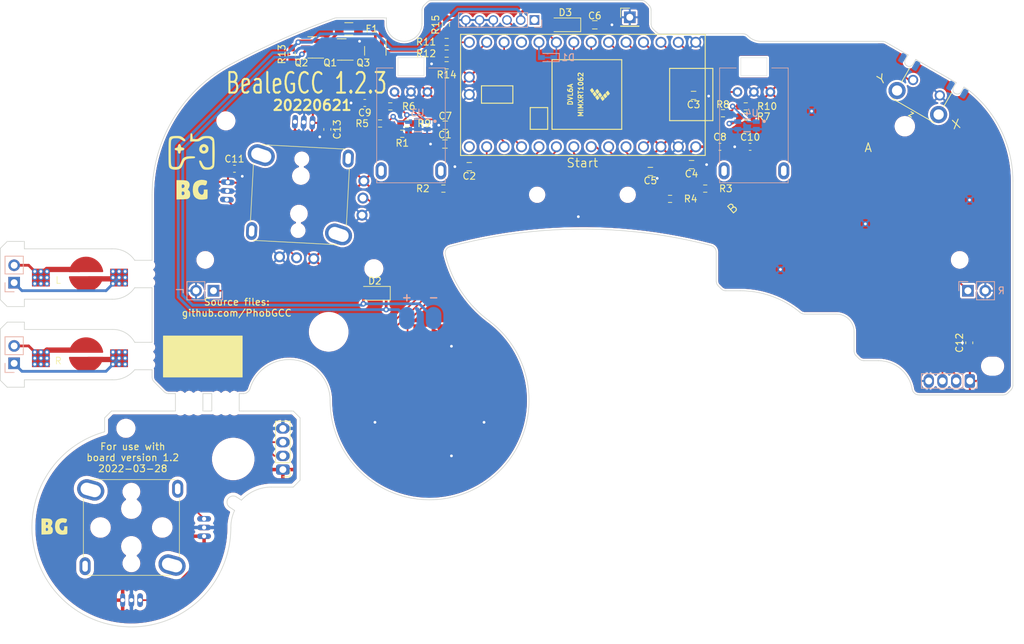
<source format=kicad_pcb>
(kicad_pcb (version 20211014) (generator pcbnew)
  (layers (0 "F.Cu" signal) (31 "B.Cu" signal) (36 "B.SilkS" user "B.Silkscreen") (37 "F.SilkS" user "F.Silkscreen") (38 "B.Mask" user) (39 "F.Mask" user) (44 "Edge.Cuts" user))
  (net 0 "")
  (net 1 "GND")
  (net 2 "+3V3")
  (net 3 "/C_x")
  (net 4 "/C_y")
  (net 5 "/A")
  (net 6 "/B")
  (net 7 "/X")
  (net 8 "/Y")
  (net 9 "/R")
  (net 10 "/Start")
  (net 11 "/Z")
  (net 12 "/Dleft")
  (net 13 "/Dup")
  (net 14 "/Dright")
  (net 15 "/Ddown")
  (net 16 "/Lanalog")
  (net 17 "/Ranalog")
  (net 18 "/Stick_x")
  (net 19 "/Stick_y")
  (net 20 "/L")
  (net 21 "/Stick_x_filt")
  (net 22 "/Stick_y_filt")
  (net 23 "+5V")
  (net 25 "/Rumble")
  (net 27 "/C_x_filt")
  (net 28 "/C_y_filt")
  (net 29 "Net-(R5-Pad2)")
  (net 30 "Net-(R6-Pad2)")
  (net 31 "Net-(R7-Pad2)")
  (net 32 "Net-(Q1-Pad1)")
  (net 33 "Net-(R10-Pad2)")
  (net 34 "Net-(C6-Pad1)")
  (net 35 "Net-(F1-Pad2)")
  (net 36 "Net-(Q1-Pad3)")
  (net 37 "/Brake")
  (net 38 "Net-(Q3-Pad1)")
  (net 39 "Net-(D2-Pad2)")
  (net 40 "/Data")
  (net 42 "VCC")
  (net 43 "Net-(J4-Pad2)")
  (net 44 "Net-(J4-Pad3)")
  (net 45 "Net-(J6-Pad1)")
  (net 46 "Net-(J6-Pad2)")
  (net 47 "Net-(J7-Pad1)")
  (net 48 "Net-(J7-Pad2)")
  (footprint "PhobGCC_Footprints:ABXY_Contact_Omron_Switch" (layer "F.Cu") (at 152.24 51.08)
    (fp_text reference "SW1" hide)
    (fp_text value "A")
  )
  (footprint "PhobGCC_Footprints:ABXY_Contact_Omron_Switch" (layer "F.Cu") (at 137.04 58.78 41)
    (fp_text reference "SW2" hide)
    (fp_text value "B")
  )
  (footprint "PhobGCC_Footprints:Z_Switch_Edge_Omron" (layer "F.Cu") (at 161.141443 35.505 -30)
    (fp_text reference "SW8" hide)
    (fp_text value "Z")
  )
  (footprint "PhobGCC_Footprints:Dpad_Contact_TL3315NF_2" (layer "F.Cu") (at 80.74 81.13 180)
    (fp_text reference "SW9" hide)
    (fp_text value "Dleft" hide)
  )
  (footprint "PhobGCC_Footprints:Dpad_Contact_TL3315NF_2" (layer "F.Cu") (at 88.69 73.18 -90)
    (fp_text reference "SW10" hide)
    (fp_text value "Dup" hide)
  )
  (footprint "PhobGCC_Footprints:Dpad_Contact_TL3315NF_2" (layer "F.Cu") (at 96.64 81.13 180)
    (fp_text reference "SW11" hide)
    (fp_text value "Dright" hide)
  )
  (footprint "PhobGCC_Footprints:Dpad_Contact_TL3315NF_2" (layer "F.Cu") (at 88.69 89.08 -90)
    (fp_text reference "SW12" hide)
    (fp_text value "Ddown" hide)
  )
  (footprint "PhobGCC_Footprints:C_0603_1608Metric_Pad1.08x0.95mm_HandSolder" (layer "F.Cu") (at 60.2525 47.33)
    (fp_text reference "C11")
    (fp_text value "1u")
  )
  (footprint "PhobGCC_Footprints:GCC_Stickbox_2" (layer "F.Cu") (at 69.795083 51.128232 -3)
    (fp_text reference "U2" hide)
    (fp_text value "2x DRV5053CAQLPGM Hall Effect Sensors")
  )
  (footprint "PhobGCC_Footprints:C_0603_HandSoldering" (layer "F.Cu") (at 94.49 47.03 180)
    (fp_text reference "C2")
    (fp_text value "0.047u")
  )
  (footprint "PhobGCC_Footprints:C_0603_HandSoldering" (layer "F.Cu") (at 90.94 43.73 180)
    (fp_text reference "C1")
    (fp_text value "0.047u")
  )
  (footprint "PhobGCC_Footprints:C_0603_HandSoldering" (layer "F.Cu") (at 90.99 40.98 180)
    (fp_text reference "C7")
    (fp_text value "0.047u")
  )
  (footprint "PhobGCC_Footprints:C_0603_HandSoldering" (layer "F.Cu") (at 127.19 36.63)
    (fp_text reference "C3")
    (fp_text value "0.047u")
  )
  (footprint "PhobGCC_Footprints:C_0603_HandSoldering" (layer "F.Cu") (at 126.89 46.73)
    (fp_text reference "C4")
    (fp_text value "0.047u")
  )
  (footprint "PhobGCC_Footprints:Start_Contact" (layer "F.Cu") (at 110.99 51.18)
    (fp_text reference "SW5" hide)
    (fp_text value "Start")
  )
  (footprint "PhobGCC_Footprints:ABXY_Contact_Omron_Switch" (layer "F.Cu") (at 148.24 36.98 -63)
    (fp_text reference "SW4" hide)
    (fp_text value "Y")
  )
  (footprint "PhobGCC_Footprints:PinHeader_1x01_P2.54mm_Vertical" (layer "F.Cu") (at 117.89 25.23)
    (fp_text reference "J3" hide)
    (fp_text value "Conn_01x01_Male")
  )
  (footprint "PhobGCC_Footprints:Teensy40_Edge_Pins" (layer "F.Cu") (at 111 36.5 180)
    (fp_text reference "U1" hide)
    (fp_text value "Teensy4.0")
  )
  (footprint "PhobGCC_Footprints:MountingHole_5.2mm" (layer "F.Cu") (at 73.99 71.13)
    (fp_text reference "H1" hide)
    (fp_text value "5.2mm")
  )
  (footprint "PhobGCC_Footprints:MountingHole_2.0mm" (layer "F.Cu") (at 55.99 60.63)
    (fp_text reference "H3" hide)
    (fp_text value "2mm")
  )
  (footprint "PhobGCC_Footprints:MountingHole_1.8mm" (layer "F.Cu") (at 104.39 51.13)
    (fp_text reference "H5" hide)
    (fp_text value "1.8mm")
  )
  (footprint "PhobGCC_Footprints:MountingHole_1.8mm" (layer "F.Cu") (at 117.59 51.13)
    (fp_text reference "H6" hide)
    (fp_text value "1.8mm")
  )
  (footprint "PhobGCC_Footprints:MountingHole_2.4mm" (layer "F.Cu") (at 157.99 41.13)
    (fp_text reference "H7" hide)
    (fp_text value "2.4mm")
  )
  (footprint "PhobGCC_Footprints:MountingHole_2.0mm" (layer "F.Cu") (at 165.99 60.63)
    (fp_text reference "H4" hide)
    (fp_text value "2mm")
  )
  (footprint "PhobGCC_Footprints:MountingHole_2.2mm" (layer "F.Cu") (at 59.006622 40.346621)
    (fp_text reference "H8" hide)
    (fp_text value "2.2mm")
  )
  (footprint "PhobGCC_Footprints:ABXY_Contact_Omron_Switch" (layer "F.Cu") (at 166.54 47.68 12)
    (fp_text reference "SW3" hide)
    (fp_text value "X")
  )
  (footprint "PhobGCC_Footprints:Slot" (layer "F.Cu") (at 170.79 76.13)
    (fp_text reference "H2" hide)
    (fp_text value "Slot")
  )
  (footprint "PhobGCC_Footprints:MountingHole_2.2mm" (layer "F.Cu") (at 80.573378 61.913378)
    (fp_text reference "H9" hide)
    (fp_text value "2.2mm")
  )
  (footprint "PhobGCC_Footprints:C_0603_HandSoldering" (layer "F.Cu") (at 120.89 47.73)
    (fp_text reference "C5")
    (fp_text value "0.047u")
  )
  (footprint "PhobGCC_Footprints:R_0603_1608Metric_Pad0.98x0.95mm_HandSolder" (layer "F.Cu") (at 90.715 50.23 180)
    (fp_text reference "R2")
    (fp_text value "2k")
  )
  (footprint "PhobGCC_Footprints:R_0603_1608Metric_Pad0.98x0.95mm_HandSolder" (layer "F.Cu") (at 84.715 42.23 180)
    (fp_text reference "R1")
    (fp_text value "2k")
  )
  (footprint "PhobGCC_Footprints:C_0603_HandSoldering" (layer "F.Cu") (at 112.79 26.33)
    (fp_text reference "C6")
    (fp_text value "10u")
  )
  (footprint "PhobGCC_Footprints:C_0603_1608Metric_Pad1.08x0.95mm_HandSolder" (layer "F.Cu") (at 131.04 44.13)
    (fp_text reference "C8")
    (fp_text value "1u")
  )
  (footprint "PhobGCC_Footprints:C_0603_1608Metric_Pad1.08x0.95mm_HandSolder" (layer "F.Cu") (at 167.39 72.73 90)
    (fp_text reference "C12")
    (fp_text value "1u")
  )
  (footprint "PhobGCC_Footprints:C_0603_1608Metric_Pad1.08x0.95mm_HandSolder" (layer "F.Cu") (at 135.44 44.13 180)
    (fp_text reference "C10")
    (fp_text value "1u")
  )
  (footprint "PhobGCC_Footprints:Fuse_1206_3216Metric" (layer "F.Cu") (at 76.9275 26.93)
    (fp_text reference "F1")
    (fp_text value "Fuse")
  )
  (footprint "PhobGCC_Footprints:R_0603_1608Metric_Pad0.98x0.95mm_HandSolder" (layer "F.Cu") (at 91.19 32.23)
    (fp_text reference "R14")
    (fp_text value "10k")
  )
  (footprint "PhobGCC_Footprints:R_0603_1608_DNP" (layer "F.Cu") (at 134.8025 39.73 180)
    (fp_text reference "R7")
    (fp_text value "DNP")
  )
  (footprint "PhobGCC_Footprints:C_0603_1608Metric_Pad1.08x0.95mm_HandSolder" (layer "F.Cu") (at 73.79 41.5925 -90)
    (fp_text reference "C13")
    (fp_text value "1u")
  )
  (footprint "PhobGCC_Footprints:Trigger_Contact" (layer "F.Cu") (at 38.61715 62.712 180)
    (fp_text reference "SW13" hide)
    (fp_text value "L")
  )
  (footprint "PhobGCC_Footprints:breakaway-mousebites-double" (layer "F.Cu") (at 48.245 62.459 90)
    (fp_text reference "H17" hide)
    (fp_text value "MouseBiteRA" hide)
    (fp_line (start -2.233 -2.537893) (end -2.233 0.002107) (layer "Edge.Cuts") (width 0.1))
    (fp_line (start 1.767 -2.537893) (end 1.767 0.002107) (layer "Edge.Cuts") (width 0.1))
  )
  (footprint "PhobGCC_Footprints:R_0603_1608Metric_Pad0.98x0.95mm_HandSolder" (layer "F.Cu") (at 128.89 50.23)
    (fp_text reference "R3")
    (fp_text value "2k")
  )
  (footprint "PhobGCC_Footprints:PinHeader_1x04_P2.00mm_Vertical" (layer "F.Cu") (at 67.31 91.23 180)
    (fp_text reference "J4" hide)
    (fp_text value "Conn_01x04_Male")
  )
  (footprint "PhobGCC_Footprints:Trigger_Contact" (layer "F.Cu") (at 38.61715 74.480503 180)
    (fp_text reference "SW14" hide)
    (fp_text value "R")
  )
  (footprint "PhobGCC_Footprints:R_0603_1608Metric_Pad0.98x0.95mm_HandSolder" (layer "F.Cu") (at 123.765 51.73)
    (fp_text reference "R4")
    (fp_text value "2k")
  )
  (footprint "PhobGCC_Footprints:D_SOD-123" (layer "F.Cu") (at 108.487 26.33 180)
    (fp_text reference "D3")
    (fp_text value "M7C")
  )
  (footprint "PhobGCC_Footprints:R_0603_1608_DNP" (layer "F.Cu") (at 131.4775 39.23 180)
    (fp_text reference "R8")
    (fp_text value "DNP")
  )
  (footprint "PhobGCC_Footprints:SOT-23" (layer "F.Cu") (at 80.79 30.13 -90)
    (fp_text reference "Q3")
    (fp_text value "Q_NMOS_GSD")
  )
  (footprint "PhobGCC_Footprints:R_0603_1608Metric_Pad0.98x0.95mm_HandSolder" (layer "F.Cu") (at 68.59 30.63 90)
    (fp_text reference "R13")
    (fp_text value "10k")
  )
  (footprint "PhobGCC_Footprints:breakaway-mousebites-double" (layer "F.Cu") (at 53.878 82.67785)
    (fp_text reference "H14" hide)
    (fp_text value "MouseBite" hide)
    (fp_line (start -2.233 -2.537893) (end -2.233 0.002107) (layer "Edge.Cuts") (width 0.1))
    (fp_line (start 1.767 -2.537893) (end 1.767 0.002107) (layer "Edge.Cuts") (width 0.1))
  )
  (footprint "PhobGCC_Footprints:C_0603_1608Metric_Pad1.08x0.95mm_HandSolder" (layer "F.Cu") (at 79.2525 37.73 180)
    (fp_text reference "C9")
    (fp_text value "1u")
  )
  (footprint "PhobGCC_Footprints:R_0603_1608_DNP" (layer "F.Cu") (at 81.4775 40.73)
    (fp_text reference "R5")
    (fp_text value "DNP")
  )
  (footprint "PhobGCC_Footprints:R_0603_1608Metric_Pad0.98x0.95mm_HandSolder" (layer "F.Cu") (at 91.09 26.3175 -90)
    (fp_text reference "R15")
    (fp_text value "10k")
  )
  (footprint "PhobGCC_Footprints:R_0603_1608_DNP" (layer "F.Cu") (at 82.9775 38.23)
    (fp_text reference "R6")
    (fp_text value "DNP")
  )
  (footprint "PhobGCC_Footprints:GCC_Stickbox_Hall_Only" (layer "F.Cu") (at 45.224 99.681 180)
    (fp_text reference "U5" hide)
    (fp_text value "Stickbox_Assembly")
  )
  (footprint "PhobGCC_Footprints:breakaway-mousebites-double" (layer "F.Cu") (at 48.245 74.431 90)
    (fp_text reference "H16" hide)
    (fp_text value "MouseBiteLA" hide)
    (fp_line (start -2.233 -2.537893) (end -2.233 0.002107) (layer "Edge.Cuts") (width 0.1))
    (fp_line (start 1.767 -2.537893) (end 1.767 0.002107) (layer "Edge.Cuts") (width 0.1))
  )
  (footprint "PhobGCC_Footprints:MountingHole_5.2mm" (layer "F.Cu") (at 60.074 89.681)
    (fp_text reference "H11" hide)
    (fp_text value "MountingHole")
  )
  (footprint "PhobGCC_Footprints:SOT-23" (layer "F.Cu") (at 75.89 29.93 180)
    (fp_text reference "Q1")
    (fp_text value "Q_NMOS_GSD")
  )
  (footprint "PhobGCC_Footprints:D_SOD-123" (layer "F.Cu") (at 80.72 65.51 180)
    (fp_text reference "D2")
    (fp_text value "M7C")
  )
  (footprint "PhobGCC_Footprints:MountingHole_2.0mm" (layer "F.Cu") (at 49.724 99.681)
    (fp_text reference "H13" hide)
    (fp_text value "MountingHole")
  )
  (footprint "PhobGCC_Footprints:R_0603_1608Metric_Pad0.98x0.95mm_HandSolder" (layer "F.Cu") (at 91.19 28.83 180)
    (fp_text reference "R11")
    (fp_text value "100R")
  )
  (footprint "PhobGCC_Footprints:R_0603_1608_DNP" (layer "F.Cu") (at 134.8025 38.23 180)
    (fp_text reference "R10")
    (fp_text value "DNP")
  )
  (footprint "PhobGCC_Footprints:breakaway-mousebites-double" (layer "F.Cu") (at 59.179 82.67785)
    (fp_text reference "H15" hide)
    (fp_text value "MouseBite" hide)
    (fp_line (start 1.767 -2.537893) (end 1.767 0.002107) (layer "Edge.Cuts") (width 0.1))
    (fp_line (start -2.233 -2.537893) (end -2.233 0.002107) (layer "Edge.Cuts") (width 0.1))
  )
  (footprint "PhobGCC_Footprints:MountingHole_2.0mm" (layer "F.Cu") (at 40.724 99.681)
    (fp_text reference "H12" hide)
    (fp_text value "MountingHole")
  )
  (footprint "PhobGCC_Footprints:MountingHole_1.8mm" (layer "F.Cu") (at 44.424 85.206)
    (fp_text reference "H10" hide)
    (fp_text value "MountingHole")
  )
  (footprint "PhobGCC_Footprints:R_0603_1608_DNP" (layer "F.Cu") (at 85.39 40.73)
    (fp_text reference "R9")
    (fp_text value "DNP")
  )
  (footprint "PhobGCC_Footprints:SOT-23" (layer "F.Cu") (at 71.59 29.63 180)
    (fp_text reference "Q2")
    (fp_text value "Q_PMOS_GDS")
  )
  (footprint "PhobGCC_Footprints:BealeGamingSmall4mm" (layer "F.Cu") (at 34 99.5)
    (fp_text reference "G***" hide)
    (fp_text value "LOGO" hide)
  )
  (footprint "PhobGCC_Footprints:BealeGamingFull10mm" (layer "F.Cu") (at 54 47)
    (fp_text reference "G***" hide)
    (fp_text value "LOGO" hide)
  )
  (footprint "PhobGCC_Footprints:R_0603_1608Metric_Pad0.98x0.95mm_HandSolder" (layer "F.Cu") (at 91.19 30.53 180)
    (fp_text reference "R12")
    (fp_text value "100R")
  )
  (footprint "PhobGCC_Footprints:Pin_Header_Straight_1x02_Pitch2.54mm" (layer "B.Cu") (at 57.19 65.13 90)
    (fp_text reference "SW6" hide)
    (fp_text value "L")
  )
  (footprint "PhobGCC_Footprints:Pin_Header_Straight_1x02_Pitch2.54mm" (layer "B.Cu") (at 167.19 65.13 -90)
    (fp_text reference "SW7" hide)
    (fp_text value "R")
  )
  (footprint "PhobGCC_Footprints:GCC_Slider" (layer "B.Cu") (at 135.99 36.13 180)
    (fp_text reference "RV2" hide)
    (fp_text value "R_POT_MountingPin")
  )
  (footprint "PhobGCC_Footprints:GCC_Slider" (layer "B.Cu") (at 85.99 36.13 180)
    (fp_text reference "RV1" hide)
    (fp_text value "R_POT_MountingPin")
  )
  (footprint "PhobGCC_Footprints:PinHeader_1x04_P2.00mm_Vertical" (layer "B.Cu") (at 167.478 78.298 90)
    (fp_text reference "J2" hide)
    (fp_text value "Conn_01x04_Female")
  )
  (footprint "PhobGCC_Footprints:GCC_Header_Straight_1x06_Pitch2.00mm" (layer "B.Cu") (at 103.99 25.63 90)
    (fp_text reference "J1" hide)
    (fp_text value "Conn_01x06_Female")
  )
  (footprint "PhobGCC_Footprints:Pin_Header_Straight_1x02_Pitch2.54mm" (layer "B.Cu") (at 28.13215 63.956997)
    (fp_text reference "J6" hide)
    (fp_text value "L" hide)
  )
  (footprint "PhobGCC_Footprints:rumble_pins" (layer "B.Cu") (at 86.182 69.118 -90)
    (fp_text reference "J5" hide)
    (fp_text value "Rumble" hide)
  )
  (footprint "PhobGCC_Footprints:Pin_Header_Straight_1x02_Pitch2.54mm" (layer "B.Cu") (at 28.13215 75.7255)
    (fp_text reference "J7" hide)
    (fp_text value "R" hide)
  )
  (footprint "PhobGCC_Footprints:D_SOD-523_Shorted" (layer "B.Cu") (at 105.907 31.105 180)
    (fp_text reference "D1")
    (fp_text value "D_Schottky_Shorted")
  )
  (footprint "PhobGCC_Footprints:Sharp_Microelectronics-GP2S60-MFG" (layer "B.Cu") (at 86.99 41.005 180)
    (fp_text reference "U3")
    (fp_text value "GP2S60-MFG" hide)
  )
  (footprint "PhobGCC_Footprints:Sharp_Microelectronics-GP2S60-MFG" (layer "B.Cu") (at 134.99 41.005 180)
    (fp_text reference "U4")
    (fp_text value "GP2S60-MFG" hide)
  )
  (gr_poly (pts (xy 61.39 77.73) (xy 49.89 77.73) (xy 49.89 71.73) (xy 61.39 71.73)) (layer "F.SilkS") (width 0.1) (fill solid))
  (gr_line (start 84.09 33.73) (end 84.09 31.13) (layer "Edge.Cuts") (width 0.05))
  (gr_line (start 134.09 33.73) (end 134.09 31.13) (layer "Edge.Cuts") (width 0.05))
  (gr_arc (start 42.41715 59.017) (mid 44.281509 59.423605) (end 45.707107 60.692) (layer "Edge.Cuts") (width 0.1))
  (gr_line (start 29.61715 70.785503) (end 29.61715 69.710503) (layer "Edge.Cuts") (width 0.1))
  (gr_line (start 160.050995 80.337107) (end 172.332892 80.337107) (layer "Edge.Cuts") (width 0.1))
  (gr_line (start 165.087895 35.462132) (end 165.486672 34.768607) (layer "Edge.Cuts") (width 0.1))
  (gr_arc (start 45.707107 76.664) (mid 44.232373 77.780381) (end 42.41715 78.135503) (layer "Edge.Cuts") (width 0.1))
  (gr_arc (start 50.663 80.14) (mid 50.2794 80.062099) (end 49.954213 79.844213) (layer "Edge.Cuts") (width 0.1))
  (gr_line (start 51.645 80.139957) (end 50.663 80.14) (layer "Edge.Cuts") (width 0.1))
  (gr_line (start 150.597106 71.137107) (end 150.597106 73.922893) (layer "Edge.Cuts") (width 0.1))
  (gr_line (start 152.011319 75.337107) (end 154.134915 75.337107) (layer "Edge.Cuts") (width 0.1))
  (gr_line (start 29.61715 78.135503) (end 42.41715 78.135503) (layer "Edge.Cuts") (width 0.1))
  (gr_line (start 69.824 83.681) (end 68.823552 82.68) (layer "Edge.Cuts") (width 0.1))
  (gr_line (start 158.464731 30.730991) (end 155.228573 28.8702) (layer "Edge.Cuts") (width 0.1))
  (gr_line (start 27.11715 79.210503) (end 29.61715 79.210503) (layer "Edge.Cuts") (width 0.1))
  (gr_arc (start 166.214873 36.110144) (mid 165.327391 36.349593) (end 165.087895 35.462132) (layer "Edge.Cuts") (width 0.1))
  (gr_line (start 134.09 31.13) (end 137.89 31.13) (layer "Edge.Cuts") (width 0.05))
  (gr_line (start 26.11715 78.210503) (end 26.11715 70.710503) (layer "Edge.Cuts") (width 0.1))
  (gr_arc (start 48.247105 51.137105) (mid 51.28857 40.099145) (end 59.554446 32.176874) (layer "Edge.Cuts") (width 0.1))
  (gr_line (start 27.11715 57.942) (end 26.11715 58.942) (layer "Edge.Cuts") (width 0.1))
  (gr_line (start 29.61715 59.017) (end 42.41715 59.017) (layer "Edge.Cuts") (width 0.1))
  (gr_line (start 173.039999 80.044213) (end 173.454212 79.63) (layer "Edge.Cuts") (width 0.1))
  (gr_line (start 159.591709 31.379003) (end 159.192932 32.072529) (layer "Edge.Cuts") (width 0.1))
  (gr_line (start 29.61715 79.210503) (end 29.61715 78.135503) (layer "Edge.Cuts") (width 0.1))
  (gr_line (start 87.89 33.73) (end 84.09 33.73) (layer "Edge.Cuts") (width 0.05))
  (gr_arc (start 129.749616 58.543703) (mid 130.288467 58.899951) (end 130.497106 59.511297) (layer "Edge.Cuts") (width 0.1))
  (gr_line (start 42.324 82.677107) (end 41.324 83.681) (layer "Edge.Cuts") (width 0.1))
  (gr_arc (start 90.998864 59.88648) (mid 91.11047 59.140884) (end 91.710992 58.685076) (layer "Edge.Cuts") (width 0.1))
  (gr_arc (start 87.597106 26.137107) (mid 84.997106 28.737107) (end 82.397106 26.137107) (layer "Edge.Cuts") (width 0.1))
  (gr_line (start 87.597106 24.180963) (end 87.597106 26.137107) (layer "Edge.Cuts") (width 0.1))
  (gr_arc (start 87.597106 24.180963) (mid 87.673239 23.798288) (end 87.889999 23.473856) (layer "Edge.Cuts") (width 0.1))
  (gr_line (start 166.997106 35.637107) (end 166.61365 35.41662) (layer "Edge.Cuts") (width 0.1))
  (gr_arc (start 131.911318 65.137107) (mid 131.52863 65.060993) (end 131.204212 64.844213) (layer "Edge.Cuts") (width 0.1))
  (gr_line (start 26.11715 66.442) (end 27.11715 67.442) (layer "Edge.Cuts") (width 0.1))
  (gr_line (start 29.61715 59.017) (end 29.61715 57.942) (layer "Edge.Cuts") (width 0.1))
  (gr_arc (start 91.710992 58.685077) (mid 110.721099 56.137622) (end 129.749616 58.543703) (layer "Edge.Cuts") (width 0.1))
  (gr_arc (start 136.997106 28.737107) (mid 135.981532 28.530562) (end 135.127319 27.943733) (layer "Edge.Cuts") (width 0.1))
  (gr_arc (start 59.724 99.681) (mid 59.862523 98.40965) (end 60.271893 97.198069) (layer "Edge.Cuts") (width 0.1))
  (gr_line (start 27.11715 67.442) (end 29.61715 67.442) (layer "Edge.Cuts") (width 0.1))
  (gr_arc (start 42.41715 70.785503) (mid 44.331416 71.25314) (end 45.707107 72.664) (layer "Edge.Cuts") (width 0.1))
  (gr_line (start 59.571382 96.731563) (end 60.271893 97.198069) (layer "Edge.Cuts") (width 0.1))
  (gr_line (start 130.789999 64.43) (end 131.204212 64.844213) (layer "Edge.Cuts") (width 0.1))
  (gr_line (start 55.645 82.679957) (end 56.946 82.679957) (layer "Edge.Cuts") (width 0.1))
  (gr_line (start 41.324 83.681) (end 41.324 85.715328) (layer "Edge.Cuts") (width 0.1))
  (gr_line (start 29.61715 70.785503) (end 42.41715 70.785503) (layer "Edge.Cuts") (width 0.1))
  (gr_line (start 61.568 82.68) (end 60.946 82.679957) (layer "Edge.Cuts") (width 0.1))
  (gr_line (start 48.247107 60.692) (end 48.247 51.137105) (layer "Edge.Cuts") (width 0.1))
  (gr_line (start 51.645 82.679957) (end 42.324 82.677107) (layer "Edge.Cuts") (width 0.1))
  (gr_arc (start 120.704213 23.473856) (mid 120.920997 23.798278) (end 120.997106 24.180963) (layer "Edge.Cuts") (width 0.1))
  (gr_line (start 150.889999 74.63) (end 151.304212 75.044213) (layer "Edge.Cuts") (width 0.1))
  (gr_line (start 55.645 80.139957) (end 56.946 80.139957) (layer "Edge.Cuts") (width 0.1))
  (gr_arc (start 166.997106 35.637107) (mid 171.965561 41.590379) (end 173.747106 49.137107) (layer "Edge.Cuts") (width 0.1))
  (gr_arc (start 59.571382 96.731563) (mid 59.321147 95.483667) (end 60.5691 95.233378) (layer "Edge.Cuts") (width 0.1))
  (gr_arc (start 74.833548 25.368395) (mid 74.999242 25.3248) (end 75.169945 25.310115) (layer "Edge.Cuts") (width 0.1))
  (gr_line (start 88.304212 23.059643) (end 87.889999 23.473856) (layer "Edge.Cuts") (width 0.1))
  (gr_arc (start 133.997106 65.137106) (mid 138.639987 65.953411) (end 142.725996 68.304417) (layer "Edge.Cuts") (width 0.1))
  (gr_arc (start 143.367271 68.537106) (mid 143.026183 68.477127) (end 142.725996 68.304417) (layer "Edge.Cuts") (width 0.1))
  (gr_line (start 166.61365 35.41662) (end 166.214873 36.110145) (layer "Edge.Cuts") (width 0.1))
  (gr_line (start 137.89 31.13) (end 137.89 33.73) (layer "Edge.Cuts") (width 0.05))
  (gr_line (start 120.997106 26.224375) (end 120.997106 24.180963) (layer "Edge.Cuts") (width 0.1))
  (gr_arc (start 122.411319 27.638589) (mid 122.028632 27.562474) (end 121.704212 27.345696) (layer "Edge.Cuts") (width 0.1))
  (gr_line (start 82.397106 25.310115) (end 75.169945 25.310115) (layer "Edge.Cuts") (width 0.1))
  (gr_line (start 68.824 93.781) (end 69.824 92.781) (layer "Edge.Cuts") (width 0.1))
  (gr_line (start 29.61715 67.442) (end 29.61715 66.367) (layer "Edge.Cuts") (width 0.1))
  (gr_line (start 120.704212 23.473856) (end 120.289999 23.059643) (layer "Edge.Cuts") (width 0.1))
  (gr_arc (start 62.525292 79.424399) (mid 69.101065 75.238705) (end 74.197105 81.137107) (layer "Edge.Cuts") (width 0.1))
  (gr_line (start 84.09 31.13) (end 87.89 31.13) (layer "Edge.Cuts") (width 0.05))
  (gr_arc (start 154.134914 75.337106) (mid 157.362391 76.518299) (end 159.064982 79.503773) (layer "Edge.Cuts") (width 0.1))
  (gr_line (start 165.486672 34.768607) (end 159.591709 31.379003) (layer "Edge.Cuts") (width 0.1))
  (gr_arc (start 45.707107 64.692) (mid 44.277447 65.952421) (end 42.41715 66.367) (layer "Edge.Cuts") (width 0.1))
  (gr_arc (start 121.289999 26.931482) (mid 121.073233 26.607057) (end 120.997106 26.224375) (layer "Edge.Cuts") (width 0.1))
  (gr_line (start 130.497106 59.511297) (end 130.497106 63.722893) (layer "Edge.Cuts") (width 0.1))
  (gr_line (start 48.247107 64.692) (end 48.247107 72.664) (layer "Edge.Cuts") (width 0.1))
  (gr_arc (start 97.361544 69.510519) (mid 95.201553 94.096358) (end 74.197105 81.137107) (layer "Edge.Cuts") (width 0.1))
  (gr_arc (start 88.304212 23.059642) (mid 88.628634 22.842865) (end 89.011319 22.766749) (layer "Edge.Cuts") (width 0.1))
  (gr_line (start 82.397106 26.137107) (end 82.397106 25.310115) (layer "Edge.Cuts") (width 0.1))
  (gr_arc (start 152.011318 75.337107) (mid 151.62863 75.260993) (end 151.304212 75.044213) (layer "Edge.Cuts") (width 0.1))
  (gr_line (start 134.40817 27.638589) (end 122.411319 27.638589) (layer "Edge.Cuts") (width 0.1))
  (gr_line (start 69.824 92.781) (end 69.824 83.681) (layer "Edge.Cuts") (width 0.1))
  (gr_arc (start 59.554445 32.176874) (mid 67.06439 28.481781) (end 74.833548 25.368394) (layer "Edge.Cuts") (width 0.1))
  (gr_line (start 173.747106 78.922893) (end 173.747106 49.137107) (layer "Edge.Cuts") (width 0.1))
  (gr_arc (start 150.889999 74.63) (mid 150.673227 74.305576) (end 150.597106 73.922893) (layer "Edge.Cuts") (width 0.1))
  (gr_arc (start 160.050994 80.337107) (mid 159.405498 80.100868) (end 159.064982 79.503773) (layer "Edge.Cuts") (width 0.1))
  (gr_arc (start 61.26961 95.699883) (mid 63.244622 94.281651) (end 65.624 93.781) (layer "Edge.Cuts") (width 0.1))
  (gr_line (start 119.582892 22.766749) (end 89.011319 22.766749) (layer "Edge.Cuts") (width 0.1))
  (gr_line (start 154.730102 28.737107) (end 136.997106 28.737107) (layer "Edge.Cuts") (width 0.1))
  (gr_line (start 87.89 31.13) (end 87.89 33.73) (layer "Edge.Cuts") (width 0.05))
  (gr_line (start 48.54 78.43) (end 49.954213 79.844213) (layer "Edge.Cuts") (width 0.1))
  (gr_line (start 158.065954 31.424516) (end 158.464731 30.730991) (layer "Edge.Cuts") (width 0.1))
  (gr_arc (start 159.192932 32.072528) (mid 158.30537 32.312031) (end 158.065954 31.424516) (layer "Edge.Cuts") (width 0.1))
  (gr_line (start 26.11715 78.210503) (end 27.11715 79.210503) (layer "Edge.Cuts") (width 0.1))
  (gr_line (start 29.61715 66.367) (end 42.41715 66.367) (layer "Edge.Cuts") (width 0.1))
  (gr_line (start 137.89 33.73) (end 134.09 33.73) (layer "Edge.Cuts") (width 0.05))
  (gr_arc (start 173.039999 80.044214) (mid 172.715575 80.260983) (end 172.332892 80.337107) (layer "Edge.Cuts") (width 0.1))
  (gr_arc (start 173.747106 78.922894) (mid 173.670988 79.305579) (end 173.454212 79.63) (layer "Edge.Cuts") (width 0.1))
  (gr_arc (start 119.582893 22.766749) (mid 119.965575 22.84287) (end 120.289999 23.059643) (layer "Edge.Cuts") (width 0.1))
  (gr_arc (start 97.361543 69.510519) (mid 93.338817 65.25476) (end 90.998865 59.886481) (layer "Edge.Cuts") (width 0.1))
  (gr_arc (start 147.997106 68.537107) (mid 149.835577 69.298632) (end 150.597106 71.137107) (layer "Edge.Cuts") (width 0.1))
  (gr_line (start 48.247107 76.664) (end 48.247 77.722893) (layer "Edge.Cuts") (width 0.1))
  (gr_arc (start 134.40817 27.638589) (mid 134.798782 27.71802) (end 135.127319 27.943733) (layer "Edge.Cuts") (width 0.1))
  (gr_line (start 26.11715 66.442) (end 26.11715 58.942) (layer "Edge.Cuts") (width 0.1))
  (gr_arc (start 59.724 99.681) (mid 36.457169 111.231438) (end 41.324 85.715328) (layer "Edge.Cuts") (width 0.1))
  (gr_line (start 61.568 82.68) (end 68.823552 82.68) (layer "Edge.Cuts") (width 0.1))
  (gr_line (start 27.11715 69.710503) (end 26.11715 70.710503) (layer "Edge.Cuts") (width 0.1))
  (gr_line (start 27.11715 57.942) (end 29.61715 57.942) (layer "Edge.Cuts") (width 0.1))
  (gr_line (start 61.57 80.14) (end 60.946 80.139957) (layer "Edge.Cuts") (width 0.1))
  (gr_arc (start 154.730102 28.737106) (mid 154.988068 28.770953) (end 155.228573 28.8702) (layer "Edge.Cuts") (width 0.1))
  (gr_line (start 121.704212 27.345696) (end 121.289999 26.931482) (layer "Edge.Cuts") (width 0.1))
  (gr_arc (start 62.525291 79.424399) (mid 62.165501 79.93954) (end 61.57 80.14) (layer "Edge.Cuts") (width 0.1))
  (gr_line (start 27.11715 69.710503) (end 29.61715 69.710503) (layer "Edge.Cuts") (width 0.1))
  (gr_line (start 143.367271 68.537107) (end 147.997106 68.537107) (layer "Edge.Cuts") (width 0.1))
  (gr_arc (start 130.789999 64.43) (mid 130.573227 64.105576) (end 130.497106 63.722893) (layer "Edge.Cuts") (width 0.1))
  (gr_arc (start 48.539999 78.43) (mid 48.323204 78.105577) (end 48.247 77.722893) (layer "Edge.Cuts") (width 0.1))
  (gr_line (start 65.624 93.781) (end 68.824 93.781) (layer "Edge.Cuts") (width 0.1))
  (gr_line (start 61.26961 95.699883) (end 60.5691 95.233378) (layer "Edge.Cuts") (width 0.1))
  (gr_line (start 131.911319 65.137107) (end 133.997106 65.137107) (layer "Edge.Cuts") (width 0.1))
  (gr_text "For use with\nboard version 1.2\n2022-03-28" (at 45.424 89.481) (layer "F.SilkS") (effects (font (size 1 1))))
  (gr_text "20220621" (at 71.593 38.08) (layer "F.SilkS") (effects (font (size 1.5 1.5) (thickness 0.3))))
  (gr_text "BealeGCC 1.2.3" (at 70.75 34.85) (layer "F.SilkS") (effects (font (size 3 2) (thickness 0.3))))
  (gr_text "Source files:\ngithub.com/PhobGCC" (at 60.59 67.58) (layer "F.SilkS") (effects (font (size 1 1))))
  (segment (start 79.2525 29.1925) (end 78.79 28.73) (width 0.4) (layer "F.Cu") (net 1))
  (segment (start 133.19 44.13) (end 134.5775 44.13) (width 0.4) (layer "F.Cu") (net 1))
  (segment (start 79.84 29.1925) (end 79.2525 29.1925) (width 0.4) (layer "F.Cu") (net 1))
  (segment (start 72.69 42.68) (end 72.915 42.455) (width 0.25) (layer "F.Cu") (net 1))
  (segment (start 167.2525 71.8675) (end 166.39 72.73) (width 0.25) (layer "F.Cu") (net 1))
  (segment (start 72.915 42.455) (end 73.79 42.455) (width 0.25) (layer "F.Cu") (net 1))
  (segment (start 91.315 25.63) (end 93.99 25.63) (width 0.25) (layer "F.Cu") (net 1))
  (segment (start 89.19 32.23) (end 88.99 32.03) (width 0.25) (layer "F.Cu") (net 1))
  (segment (start 128.14 36.63) (end 129.29 36.63) (width 0.25) (layer "F.Cu") (net 1))
  (segment (start 78.79 28.73) (end 78.49 28.73) (width 0.4) (layer "F.Cu") (net 1))
  (segment (start 61.115 48.155) (end 61.39 48.43) (width 0.25) (layer "F.Cu") (net 1))
  (segment (start 113.74 26.33) (end 115.29 26.33) (width 0.4) (layer "F.Cu") (net 1))
  (segment (start 121.89 48.73) (end 121.89 47.78) (width 0.25) (layer "F.Cu") (net 1))
  (segment (start 127.84 46.73) (end 129.090002 46.73) (width 0.25) (layer "F.Cu") (net 1))
  (segment (start 93.54 47.03) (end 92.390002 47.03) (width 0.25) (layer "F.Cu") (net 1))
  (segment (start 61.115 47.33) (end 61.115 48.155) (width 0.25) (layer "F.Cu") (net 1))
  (segment (start 89.99 43.73) (end 88.840002 43.73) (width 0.25) (layer "F.Cu") (net 1))
  (segment (start 78.39 37.73) (end 77.2525 37.73) (width 0.25) (layer "F.Cu") (net 1))
  (segment (start 78.24 28.98) (end 78.49 28.73) (width 0.4) (layer "F.Cu") (net 1))
  (segment (start 133.19 44.13) (end 131.99 44.13) (width 0.4) (layer "F.Cu") (net 1))
  (segment (start 90.2775 32.23) (end 89.19 32.23) (width 0.25) (layer "F.Cu") (net 1))
  (segment (start 129.29 36.63) (end 129.39 36.73) (width 0.25) (layer "F.Cu") (net 1))
  (segment (start 76.8275 28.98) (end 78.24 28.98) (width 0.4) (layer "F.Cu") (net 1))
  (via (at 96.64 84.33) (size 0.8) (drill 0.4) (layers "F.Cu" "B.Cu") (net 1))
  (via (at 90.04 40.98) (size 0.8) (drill 0.4) (layers "F.Cu" "B.Cu") (net 1))
  (via (at 78.49 28.73) (size 0.8) (drill 0.4) (layers "F.Cu" "B.Cu") (net 1))
  (via (at 121.89 48.73) (size 0.8) (drill 0.4) (layers "F.Cu" "B.Cu") (net 1))
  (via (at 133.19 44.13) (size 0.8) (drill 0.4) (layers "F.Cu" "B.Cu") (net 1))
  (via (at 92.390002 47.03) (size 0.8) (drill 0.4) (layers "F.Cu" "B.Cu") (net 1))
  (via (at 110.39 54.33) (size 0.8) (drill 0.4) (layers "F.Cu" "B.Cu") (net 1))
  (via (at 61.39 48.43) (size 0.8) (drill 0.4) (layers "F.Cu" "B.Cu") (net 1))
  (via (at 91.89 89.23) (size 0.8) (drill 0.4) (layers "F.Cu" "B.Cu") (net 1))
  (via (at 77.2525 37.73) (size 0.8) (drill 0.4) (layers "F.Cu" "B.Cu") (net 1))
  (via (at 129.090002 46.73) (size 0.8) (drill 0.4) (layers "F.Cu" "B.Cu") (net 1))
  (via (at 88.99 32.03) (size 0.8) (drill 0.4) (layers "F.Cu" "B.Cu") (net 1))
  (via (at 129.39 36.73) (size 0.8) (drill 0.4) (layers "F.Cu" "B.Cu") (net 1))
  (via (at 91.89 73.23) (size 0.8) (drill 0.4) (layers "F.Cu" "B.Cu") (net 1))
  (via (at 115.29 26.33) (size 0.8) (drill 0.4) (layers "F.Cu" "B.Cu") (net 1))
  (via (at 88.840002 43.73) (size 0.8) (drill 0.4) (layers "F.Cu" "B.Cu") (net 1))
  (via (at 72.69 42.68) (size 0.8) (drill 0.4) (layers "F.Cu" "B.Cu") (net 1))
  (via (at 166.39 72.73) (size 0.8) (drill 0.4) (layers "F.Cu" "B.Cu") (net 1))
  (via (at 80.74 84.33) (size 0.8) (drill 0.4) (layers "F.Cu" "B.Cu") (net 1))
  (segment (start 88.34 41.555) (end 89.465 41.555) (width 0.25) (layer "B.Cu") (net 1))
  (segment (start 89.465 41.555) (end 90.04 40.98) (width 0.25) (layer "B.Cu") (net 1))
  (segment (start 138.256 50.23) (end 129.715 50.23) (width 0.25) (layer "F.Cu") (net 3))
  (segment (start 165.478 78.298) (end 165.478 77.452) (width 0.25) (layer "F.Cu") (net 3))
  (segment (start 165.478 77.452) (end 138.256 50.23) (width 0.25) (layer "F.Cu") (net 3))
  (segment (start 163.478 78.298) (end 163.478 76.838) (width 0.25) (layer "F.Cu") (net 4))
  (segment (start 163.478 76.838) (end 138.37 51.73) (width 0.25) (layer "F.Cu") (net 4))
  (segment (start 124.59 51.73) (end 138.37 51.73) (width 0.25) (layer "F.Cu") (net 4))
  (segment (start 141.09 44.93) (end 138.89 42.73) (width 0.25) (layer "F.Cu") (net 5))
  (segment (start 138.915 34.13) (end 133.79 34.13) (width 0.25) (layer "F.Cu") (net 5))
  (segment (start 138.89 42.73) (end 138.89 38.23) (width 0.25) (layer "F.Cu") (net 5))
  (segment (start 138.89 38.23) (end 139.89 37.23) (width 0.25) (layer "F.Cu") (net 5))
  (segment (start 118.009989 32.079989) (end 114.81 28.88) (width 0.25) (layer "F.Cu") (net 5))
  (segment (start 139.89 35.105) (end 138.915 34.13) (width 0.25) (layer "F.Cu") (net 5))
  (segment (start 139.89 37.23) (end 139.89 35.105) (width 0.25) (layer "F.Cu") (net 5))
  (segment (start 152.24 45.98) (end 151.19 44.93) (width 0.25) (layer "F.Cu") (net 5))
  (segment (start 131.739989 32.079989) (end 118.009989 32.079989) (width 0.25) (layer "F.Cu") (net 5))
  (segment (start 133.79 34.13) (end 131.739989 32.079989) (width 0.25) (layer "F.Cu") (net 5))
  (segment (start 151.19 44.93) (end 141.09 44.93) (width 0.25) (layer "F.Cu") (net 5))
  (segment (start 131.409265 52.73) (end 131.409265 52.734933) (width 0.25) (layer "F.Cu") (net 6))
  (segment (start 121.59 52.73) (end 131.409265 52.73) (width 0.25) (layer "F.Cu") (net 6))
  (segment (start 112.27 44.12) (end 112.98 44.12) (width 0.25) (layer "F.Cu") (net 6))
  (segment (start 131.409265 52.734933) (end 134.284552 55.61022) (width 0.25) (layer "F.Cu") (net 6))
  (segment (start 112.98 44.12) (end 121.59 52.73) (width 0.25) (layer "F.Cu") (net 6))
  (segment (start 154.839 33.452) (end 154.839 36.492) (width 0.25) (layer "F.Cu") (net 7))
  (segment (start 131.202155 30.579958) (end 124.129958 30.579958) (width 0.25) (layer "F.Cu") (net 7))
  (segment (start 154.839 36.492) (end 156.103 37.756) (width 0.25) (layer "F.Cu") (net 7))
  (segment (start 158.787 37.756) (end 164.60278 43.57178) (width 0.25) (layer "F.Cu") (net 7))
  (segment (start 156.103 37.756) (end 158.787 37.756) (width 0.25) (layer "F.Cu") (net 7))
  (segment (start 164.60278 43.57178) (end 165.666771 43.57178) (width 0.25) (layer "F.Cu") (net 7))
  (segment (start 124.129958 30.579958) (end 122.43 28.88) (width 0.25) (layer "F.Cu") (net 7))
  (segment (start 151.116989 29.729989) (end 154.839 33.452) (width 0.25) (layer "F.Cu") (net 7))
  (segment (start 132.052124 29.729989) (end 131.202155 30.579958) (width 0.25) (layer "F.Cu") (net 7))
  (segment (start 132.052124 29.729989) (end 151.116989 29.729989) (width 0.25) (layer "F.Cu") (net 7))
  (segment (start 132.259235 30.23) (end 150.89 30.23) (width 0.25) (layer "F.Cu") (net 8))
  (segment (start 152.89 32.23) (end 152.89 34.187318) (width 0.25) (layer "F.Cu") (net 8))
  (segment (start 122.089968 31.079968) (end 131.409267 31.079968) (width 0.25) (layer "F.Cu") (net 8))
  (segment (start 119.89 28.88) (end 122.089968 31.079968) (width 0.25) (layer "F.Cu") (net 8))
  (segment (start 131.409267 31.079968) (end 132.259235 30.23) (width 0.25) (layer "F.Cu") (net 8))
  (segment (start 150.89 30.23) (end 152.89 32.23) (width 0.25) (layer "F.Cu") (net 8))
  (segment (start 139.48 41.82) (end 141.89 44.23) (width 0.25) (layer "F.Cu") (net 9))
  (segment (start 132.740022 31.579978) (end 133.59 30.73) (width 0.25) (layer "F.Cu") (net 9))
  (segment (start 140.63 37.439876) (end 139.48 38.589876) (width 0.25) (layer "F.Cu") (net 9))
  (segment (start 141.89 44.23) (end 154.39 44.23) (width 0.25) (layer "F.Cu") (net 9))
  (segment (start 138.103906 30.73) (end 140.63 33.256094) (width 0.25) (layer "F.Cu") (net 9))
  (segment (start 139.48 38.589876) (end 139.48 41.82) (width 0.25) (layer "F.Cu") (net 9))
  (segment (start 163.79 60.2) (end 163.79 61.73) (width 0.25) (layer "F.Cu") (net 9))
  (segment (start 163.79 61.73) (end 167.19 65.13) (width 0.25) (layer "F.Cu") (net 9))
  (segment (start 140.63 33.256094) (end 140.63 37.439876) (width 0.25) (layer "F.Cu") (net 9))
  (segment (start 117.35 28.88) (end 120.049978 31.579978) (width 0.25) (layer "F.Cu") (net 9))
  (segment (start 163.79 53.63) (end 163.79 60.2) (width 0.25) (layer "F.Cu") (net 9))
  (segment (start 120.049978 31.579978) (end 132.740022 31.579978) (width 0.25) (layer "F.Cu") (net 9))
  (segment (start 133.59 30.73) (end 138.103906 30.73) (width 0.25) (layer "F.Cu") (net 9))
  (segment (start 154.39 44.23) (end 163.79 53.63) (width 0.25) (layer "F.Cu") (net 9))
  (segment (start 111.49 47.98) (end 111.49 46.83) (width 0.25) (layer "F.Cu") (net 10))
  (segment (start 109.73 45.07) (end 111.49 46.83) (width 0.25) (layer "F.Cu") (net 10))
  (segment (start 109.73 44.12) (end 109.73 45.07) (width 0.25) (layer "F.Cu") (net 10))
  (segment (start 130.225524 29.229978) (end 129.375553 30.079949) (width 0.25) (layer "F.Cu") (net 11))
  (segment (start 126.169948 30.079948) (end 124.97 28.88) (width 0.25) (layer "F.Cu") (net 11))
  (segment (start 129.375553 30.079949) (end 126.169948 30.079948) (width 0.25) (layer "F.Cu") (net 11))
  (segment (start 153.389978 29.229978) (end 130.225524 29.229978) (width 0.25) (layer "F.Cu") (net 11))
  (segment (start 158.54 34.38) (end 153.389978 29.229978) (width 0.25) (layer "F.Cu") (net 11))
  (segment (start 159.192886 34.38) (end 158.54 34.38) (width 0.25) (layer "F.Cu") (net 11))
  (segment (start 80.74 76.88) (end 82.89 74.73) (width 0.25) (layer "F.Cu") (net 12))
  (segment (start 80.74 77.93) (end 80.74 76.88) (width 0.25) (layer "F.Cu") (net 12))
  (segment (start 104.65 44.795) (end 104.65 44.12) (width 0.25) (layer "F.Cu") (net 12))
  (segment (start 87.14 56.43) (end 90.24 53.33) (width 0.25) (layer "F.Cu") (net 12))
  (segment (start 82.89 70.24) (end 87.14 65.99) (width 0.25) (layer "F.Cu") (net 12))
  (segment (start 90.24 53.33) (end 96.115 53.33) (width 0.25) (layer "F.Cu") (net 12))
  (segment (start 82.89 74.73) (end 82.89 70.24) (width 0.25) (layer "F.Cu") (net 12))
  (segment (start 87.14 65.99) (end 87.14 56.43) (width 0.25) (layer "F.Cu") (net 12))
  (segment (start 96.115 53.33) (end 104.65 44.795) (width 0.25) (layer "F.Cu") (net 12))
  (segment (start 85.49 69.69) (end 85.49 73.18) (width 0.25) (layer "F.Cu") (net 13))
  (segment (start 91.69 54.93) (end 88.69 57.93) (width 0.25) (layer "F.Cu") (net 13))
  (segment (start 88.69 57.93) (end 88.69 66.49) (width 0.25) (layer "F.Cu") (net 13))
  (segment (start 107.19 44.73) (end 96.99 54.93) (width 0.25) (layer "F.Cu") (net 13))
  (segment (start 96.99 54.93) (end 91.69 54.93) (width 0.25) (layer "F.Cu") (net 13))
  (segment (start 88.69 66.49) (end 85.49 69.69) (width 0.25) (layer "F.Cu") (net 13))
  (segment (start 92.59 55.73) (end 97.482351 55.73) (width 0.25) (layer "F.Cu") (net 14))
  (segment (start 108.49 44.722351) (end 108.49 35.53) (width 0.25) (layer "F.Cu") (net 14))
  (segment (start 97.482351 55.73) (end 108.49 44.722351) (width 0.25) (layer "F.Cu") (net 14))
  (segment (start 89.64 65.93) (end 89.64 58.68) (width 0.25) (layer "F.Cu") (net 14))
  (segment (start 112.27 31.75) (end 112.27 28.88) (width 0.25) (layer "F.Cu") (net 14))
  (segment (start 89.64 58.68) (end 92.59 55.73) (width 0.25) (layer "F.Cu") (net 14))
  (segment (start 96.64 77.93) (end 96.64 72.93) (width 0.25) (layer "F.Cu") (net 14))
  (segment (start 108.49 35.53) (end 112.27 31.75) (width 0.25) (layer "F.Cu") (net 14))
  (segment (start 96.64 72.93) (end 89.64 65.93) (width 0.25) (layer "F.Cu") (net 14))
  (segment (start 87.89 57.23) (end 87.89 66.29) (width 0.25) (layer "F.Cu") (net 15))
  (segment (start 83.89 70.29) (end 83.89 77.127489) (width 0.25) (layer "F.Cu") (net 15))
  (segment (start 87.89 66.29) (end 83.89 70.29) (width 0.25) (layer "F.Cu") (net 15))
  (segment (start 105.89 35.43) (end 105.89 44.83) (width 0.25) (layer "F.Cu") (net 15))
  (segment (start 109.73 31.59) (end 105.89 35.43) (width 0.25) (layer "F.Cu") (net 15))
  (segment (start 85.39 78.627489) (end 85.39 88.98) (width 0.25) (layer "F.Cu") (net 15))
  (segment (start 109.73 28.88) (end 109.73 31.59) (width 0.25) (layer "F.Cu") (net 15))
  (segment (start 105.89 44.83) (end 96.59 54.13) (width 0.25) (layer "F.Cu") (net 15))
  (segment (start 83.89 77.127489) (end 85.39 78.627489) (width 0.25) (layer "F.Cu") (net 15))
  (segment (start 96.59 54.13) (end 90.99 54.13) (width 0.25) (layer "F.Cu") (net 15))
  (segment (start 90.99 54.13) (end 87.89 57.23) (width 0.25) (layer "F.Cu") (net 15))
  (segment (start 87.59 40.13) (end 91.94 40.13) (width 0.25) (layer "F.Cu") (net 16))
  (segment (start 98.12 40.13) (end 102.11 44.12) (width 0.25) (layer "F.Cu") (net 16))
  (segment (start 86.3025 40.73) (end 86.99 40.73) (width 0.25) (layer "F.Cu") (net 16))
  (segment (start 91.94 40.98) (end 91.94 40.13) (width 0.25) (layer "F.Cu") (net 16))
  (segment (start 86.99 40.73) (end 87.59 40.13) (width 0.25) (layer "F.Cu") (net 16))
  (segment (start 91.94 40.13) (end 98.12 40.13) (width 0.25) (layer "F.Cu") (net 16))
  (segment (start 83.59 36.13) (end 87.59 40.13) (width 0.25) (layer "F.Cu") (net 16))
  (segment (start 126.28 37.73) (end 119.89 44.12) (width 0.25) (layer "F.Cu") (net 17))
  (segment (start 130.29 38.955) (end 130.29 37.73) (width 0.25) (layer "F.Cu") (net 17))
  (segment (start 131.89 36.13) (end 130.29 37.73) (width 0.25) (layer "F.Cu") (net 17))
  (segment (start 130.29 37.73) (end 126.28 37.73) (width 0.25) (layer "F.Cu") (net 17))
  (segment (start 133.59 36.13) (end 131.89 36.13) (width 0.25) (layer "F.Cu") (net 17))
  (segment (start 126.24 37.69) (end 126.28 37.73) (width 0.25) (layer "F.Cu") (net 17))
  (segment (start 126.24 36.63) (end 126.24 37.69) (width 0.25) (layer "F.Cu") (net 17))
  (segment (start 74.74 44.23) (end 76.175987 42.794013) (width 0.25) (layer "F.Cu") (net 18))
  (segment (start 71.69 44.23) (end 69.081585 41.621585) (width 0.25) (layer "F.Cu") (net 18))
  (segment (start 67.39 58.392032) (end 67.39 43.623) (width 0.25) (layer "F.Cu") (net 18))
  (segment (start 69.313592 60.315624) (end 67.39 58.392032) (width 0.25) (layer "F.Cu") (net 18))
  (segment (start 67.39 43.623) (end 67.39 43.31317) (width 0.25) (layer "F.Cu") (net 18))
  (segment (start 83.325987 42.794013) (end 83.89 42.23) (width 0.25) (layer "F.Cu") (net 18))
  (segment (start 69.081585 41.621585) (end 69.081585 40.476292) (width 0.25) (layer "F.Cu") (net 18))
  (segment (start 67.39 43.31317) (end 69.081585 41.621585) (width 0.25) (layer "F.Cu") (net 18))
  (segment (start 71.69 44.23) (end 74.74 44.23) (width 0.25) (layer "F.Cu") (net 18))
  (segment (start 76.175987 42.794013) (end 83.325987 42.794013) (width 0.25) (layer "F.Cu") (net 18))
  (segment (start 80.89 55.73) (end 73.14 63.48) (width 0.25) (layer "F.Cu") (net 19))
  (segment (start 79.519723 51.609723) (end 80.89 52.98) (width 0.25) (layer "F.Cu") (net 19))
  (segment (start 80.89 52.98) (end 83.64 50.23) (width 0.25) (layer "F.Cu") (net 19))
  (segment (start 65.64 63.48) (end 60.39 58.23) (width 0.25) (layer "F.Cu") (net 19))
  (segment (start 80.89 52.98) (end 80.89 55.73) (width 0.25) (layer "F.Cu") (net 19))
  (segment (start 60.39 53.088587) (end 60.39 53.63) (width 0.25) (layer "F.Cu") (net 19))
  (segment (start 89.89 50.23) (end 83.64 50.23) (width 0.25) (layer "F.Cu") (net 19))
  (segment (start 59.143143 51.84173) (end 60.39 53.088587) (width 0.25) (layer "F.Cu") (net 19))
  (segment (start 60.39 58.23) (end 60.39 53.63) (width 0.25) (layer "F.Cu") (net 19))
  (segment (start 73.14 63.48) (end 65.64 63.48) (width 0.25) (layer "F.Cu") (net 19))
  (segment (start 99.57 31.51) (end 103.39 35.33) (width 0.25) (layer "F.Cu") (net 20))
  (segment (start 99.57 28.88) (end 99.57 31.51) (width 0.25) (layer "F.Cu") (net 20))
  (segment (start 95.69 52.53) (end 87.09 52.53) (width 0.25) (layer "F.Cu") (net 20))
  (segment (start 87.09 52.53) (end 74.49 65.13) (width 0.25) (layer "F.Cu") (net 20))
  (segment (start 103.39 44.83) (end 95.69 52.53) (width 0.25) (layer "F.Cu") (net 20))
  (segment (start 103.39 35.33) (end 103.39 44.83) (width 0.25) (layer "F.Cu") (net 20))
  (segment (start 74.49 65.13) (end 57.19 65.13) (width 0.25) (layer "F.Cu") (net 20))
  (segment (start 99.57 43.41) (end 99.57 44.12) (width 0.25) (layer "F.Cu") (net 21))
  (segment (start 85.54 42.23) (end 91.89 42.23) (width 0.25) (layer "F.Cu") (net 21))
  (segment (start 98.39 42.23) (end 99.57 43.41) (width 0.25) (layer "F.Cu") (net 21))
  (segment (start 91.89 42.23) (end 98.39 42.23) (width 0.25) (layer "F.Cu") (net 21))
  (segment (start 91.89 43.73) (end 91.89 42.23) (width 0.25) (layer "F.Cu") (net 21))
  (segment (start 97.03 44.12) (end 97.03 47.09) (width 0.25) (layer "F.Cu") (net 22))
  (segment (start 95.44 47.03) (end 96.97 47.03) (width 0.25) (layer "F.Cu") (net 22))
  (segment (start 94.39 50.23) (end 97.03 47.59) (width 0.25) (layer "F.Cu") (net 22))
  (segment (start 91.54 50.23) (end 94.39 50.23) (width 0.25) (layer "F.Cu") (net 22))
  (segment (start 97.03 47.59) (end 97.03 47.09) (width 0.25) (layer "F.Cu") (net 22))
  (segment (start 96.97 47.03) (end 97.03 47.09) (width 0.25) (layer "F.Cu") (net 22))
  (segment (start 82.37 65.51) (end 82.37 67.8895) (width 0.4) (layer "F.Cu") (net 23))
  (segment (start 101.99 25.63) (end 101.99 24.63) (width 0.4) (layer "F.Cu") (net 23))
  (segment (start 101.99 24.640051) (end 102.500051 24.13) (width 0.4) (layer "F.Cu") (net 23))
  (segment (start 69.73735 28.68) (end 69.542431 28.874919) (width 0.4) (layer "F.Cu") (net 23))
  (segment (start 72.5275 28.68) (end 69.73735 28.68) (width 0.4) (layer "F.Cu") (net 23))
  (segment (start 102.500051 24.13) (end 104.637 24.13) (width 0.4) (layer "F.Cu") (net 23))
  (segment (start 104.637 24.13) (end 106.837 26.33) (width 0.4) (layer "F.Cu") (net 23))
  (segment (start 68.69985 29.7175) (end 69.542431 28.874919) (width 0.25) (layer "F.Cu") (net 23))
  (via (at 69.542431 28.874919) (size 0.8) (drill 0.4) (layers "F.Cu" "B.Cu") (net 23))
  (via (at 82.37 67.8895) (size 0.8) (drill 0.4) (layers "F.Cu" "B.Cu") (net 23))
  (segment (start 84.1495 67.8895) (end 85.39 69.13) (width 0.4) (layer "B.Cu") (net 23))
  (segment (start 101.99 25.63) (end 101.99 24.62) (width 0.4) (layer "B.Cu") (net 23))
  (segment (start 68.00735 30.41) (end 69.542431 28.874919) (width 0.4) (layer "B.Cu") (net 23))
  (segment (start 82.37 67.8895) (end 82.369989 67.889511) (width 0.4) (layer "B.Cu") (net 23))
  (segment (start 87 29.88) (end 83.14 29.88) (width 0.4) (layer "B.Cu") (net 23))
  (segment (start 72.74 27.66) (end 71.525081 28.874919) (width 0.4) (layer "B.Cu") (net 23))
  (segment (start 83.14 29.88) (end 80.92 27.66) (width 0.4) (layer "B.Cu") (net 23))
  (segment (start 71.525081 28.874919) (end 69.542431 28.874919) (width 0.4) (layer "B.Cu") (net 23))
  (segment (start 101.43 24.06) (end 92.82 24.06) (width 0.4) (layer "B.Cu") (net 23))
  (segment (start 92.82 24.06) (end 87 29.88) (width 0.4) (layer "B.Cu") (net 23))
  (segment (start 82.369989 67.889511) (end 53.889511 67.889511) (width 0.4) (layer "B.Cu") (net 23))
  (segment (start 53.889511 67.889511) (end 52.060481 66.060481) (width 0.4) (layer "B.Cu") (net 23))
  (segment (start 65.833328 30.41) (end 68.00735 30.41) (width 0.4) (layer "B.Cu") (net 23))
  (segment (start 101.99 24.62) (end 101.43 24.06) (width 0.4) (layer "B.Cu") (net 23))
  (segment (start 52.060481 44.182847) (end 65.833328 30.41) (width 0.4) (layer "B.Cu") (net 23))
  (segment (start 52.060481 66.060481) (end 52.060481 44.182847) (width 0.4) (layer "B.Cu") (net 23))
  (segment (start 80.92 27.66) (end 72.74 27.66) (width 0.4) (layer "B.Cu") (net 23))
  (segment (start 82.37 67.8895) (end 84.1495 67.8895) (width 0.4) (layer "B.Cu") (net 23))
  (segment (start 94.49 28.88) (end 92.1525 28.88) (width 0.25) (layer "F.Cu") (net 25))
  (segment (start 91.09 27.23) (end 91.09 27.8175) (width 0.25) (layer "F.Cu") (net 25))
  (segment (start 91.09 27.8175) (end 92.1025 28.83) (width 0.25) (layer "F.Cu") (net 25))
  (segment (start 117.35 44.12) (end 117.35 44.9) (width 0.25) (layer "F.Cu") (net 27))
  (segment (start 124.39 46.73) (end 123.89 47.23) (width 0.25) (layer "F.Cu") (net 27))
  (segment (start 117.35 44.9) (end 118.75452 46.30452) (width 0.25) (layer "F.Cu") (net 27))
  (segment (start 122.96452 46.30452) (end 123.89 47.23) (width 0.25) (layer "F.Cu") (net 27))
  (segment (start 126.89 50.23) (end 128.065 50.23) (width 0.25) (layer "F.Cu") (net 27))
  (segment (start 123.89 47.23) (end 126.89 50.23) (width 0.25) (layer "F.Cu") (net 27))
  (segment (start 118.75452 46.30452) (end 122.96452 46.30452) (width 0.25) (layer "F.Cu") (net 27))
  (segment (start 125.94 46.73) (end 124.39 46.73) (width 0.25) (layer "F.Cu") (net 27))
  (segment (start 121.89 51.73) (end 122.94 51.73) (width 0.25) (layer "F.Cu") (net 28))
  (segment (start 118.39 48.23) (end 121.89 51.73) (width 0.25) (layer "F.Cu") (net 28))
  (segment (start 119.94 47.73) (end 118.89 47.73) (width 0.25) (layer "F.Cu") (net 28))
  (segment (start 118.89 47.73) (end 118.39 48.23) (width 0.25) (layer "F.Cu") (net 28))
  (segment (start 114.81 44.65) (end 118.39 48.23) (width 0.25) (layer "F.Cu") (net 28))
  (segment (start 82.39 40.73) (end 83.39 39.73) (width 0.25) (layer "F.Cu") (net 29))
  (via (at 83.39 39.73) (size 0.8) (drill 0.4) (layers "F.Cu" "B.Cu") (net 29))
  (segment (start 84.115 40.455) (end 83.39 39.73) (width 0.25) (layer "B.Cu") (net 29))
  (segment (start 85.64 40.455) (end 84.115 40.455) (width 0.25) (layer "B.Cu") (net 29))
  (segment (start 84.139502 38.23) (end 85.39 39.480498) (width 0.25) (layer "F.Cu") (net 30))
  (segment (start 85.39 39.8175) (end 84.4775 40.73) (width 0.25) (layer "F.Cu") (net 30))
  (segment (start 85.39 39.480498) (end 85.39 39.8175) (width 0.25) (layer "F.Cu") (net 30))
  (via (at 85.39 39.480498) (size 0.8) (drill 0.4) (layers "F.Cu" "B.Cu") (net 30))
  (segment (start 87.365498 39.480498) (end 85.39 39.480498) (width 0.25) (layer "B.Cu") (net 30))
  (segment (start 88.34 40.455) (end 87.365498 39.480498) (width 0.25) (layer "B.Cu") (net 30))
  (segment (start 132.39 40.73) (end 132.89 40.73) (width 0.25) (layer "F.Cu") (net 31))
  (segment (start 132.89 40.73) (end 133.89 39.73) (width 0.25) (layer "F.Cu") (net 31))
  (via (at 132.39 40.73) (size 0.8) (drill 0.4) (layers "F.Cu" "B.Cu") (net 31))
  (segment (start 132.39 40.73) (end 132.665 40.455) (width 0.25) (layer "B.Cu") (net 31))
  (segment (start 132.665 40.455) (end 133.64 40.455) (width 0.25) (layer "B.Cu") (net 31))
  (segment (start 81.29 32.23) (end 80.19 32.23) (width 0.25) (layer "F.Cu") (net 32))
  (segment (start 78.84 30.88) (end 76.8275 30.88) (width 0.25) (layer "F.Cu") (net 32))
  (segment (start 80.19 32.23) (end 78.84 30.88) (width 0.25) (layer "F.Cu") (net 32))
  (segment (start 82.890481 30.629519) (end 81.29 32.23) (width 0.25) (layer "F.Cu") (net 32))
  (segment (start 90.190481 30.629519) (end 82.890481 30.629519) (width 0.25) (layer "F.Cu") (net 32))
  (segment (start 132.89 38.23) (end 133.89 38.23) (width 0.25) (layer "F.Cu") (net 33))
  (segment (start 132.89 38.73) (end 132.39 39.23) (width 0.25) (layer "F.Cu") (net 33))
  (segment (start 132.89 38.23) (end 132.89 38.73) (width 0.25) (layer "F.Cu") (net 33))
  (via (at 132.89 38.23) (size 0.8) (drill 0.4) (layers "F.Cu" "B.Cu") (net 33))
  (segment (start 136.34 40.455) (end 135.115 40.455) (width 0.25) (layer "B.Cu") (net 33))
  (segment (start 135.115 40.455) (end 132.89 38.23) (width 0.25) (layer "B.Cu") (net 33))
  (segment (start 127.51 44.12) (end 130.08 44.12) (width 0.4) (layer "F.Cu") (net 34))
  (segment (start 119.39 45.73) (end 118.640489 44.980489) (width 0.4) (layer "F.Cu") (net 34))
  (segment (start 113.519511 35.059511) (end 113.519511 27.890413) (width 0.4) (layer "F.Cu") (net 34))
  (segment (start 113.519511 27.859511) (end 111.99 26.33) (width 0.4) (layer "F.Cu") (net 34))
  (segment (start 127.51 44.12) (end 125.9 45.73) (width 0.4) (layer "F.Cu") (net 34))
  (segment (start 114.39 35.93) (end 113.519511 35.059511) (width 0.4) (layer "F.Cu") (net 34))
  (segment (start 118.640489 44.980489) (end 118.640489 40.179098) (width 0.4) (layer "F.Cu") (net 34))
  (segment (start 114.391391 35.93) (end 114.39 35.93) (width 0.4) (layer "F.Cu") (net 34))
  (segment (start 111.84 26.33) (end 110.137 26.33) (width 0.4) (layer "F.Cu") (net 34))
  (segment (start 118.640489 40.179098) (end 114.391391 35.93) (width 0.4) (layer "F.Cu") (net 34))
  (segment (start 125.9 45.73) (end 119.39 45.73) (width 0.4) (layer "F.Cu") (net 34))
  (segment (start 80.79 27.53) (end 80.19 26.93) (width 0.4) (layer "F.Cu") (net 35))
  (segment (start 80.19 26.93) (end 78.39 26.93) (width 0.4) (layer "F.Cu") (net 35))
  (segment (start 80.79 31.0675) (end 80.79 27.53) (width 0.4) (layer "F.Cu") (net 35))
  (segment (start 74.9525 30.1675) (end 74.54 30.58) (width 0.25) (layer "F.Cu") (net 36))
  (segment (start 72.1775 31.5425) (end 72.5275 31.1925) (width 0.25) (layer "F.Cu") (net 36))
  (segment (start 74.9525 29.93) (end 74.9525 30.1675) (width 0.25) (layer "F.Cu") (net 36))
  (segment (start 74.54 30.58) (end 72.5275 30.58) (width 0.25) (layer "F.Cu") (net 36))
  (segment (start 72.5275 31.1925) (end 72.5275 30.58) (width 0.25) (layer "F.Cu") (net 36))
  (segment (start 68.59 31.5425) (end 72.1775 31.5425) (width 0.25) (layer "F.Cu") (net 36))
  (segment (start 95.38 30.53) (end 92.115 30.53) (width 0.25) (layer "F.Cu") (net 37))
  (segment (start 97.03 28.88) (end 95.38 30.53) (width 0.25) (layer "F.Cu") (net 37))
  (segment (start 92.1025 30.53) (end 92.1025 32.23) (width 0.25) (layer "F.Cu") (net 37))
  (segment (start 88.977501 30.129999) (end 82.289999 30.129999) (width 0.25) (layer "F.Cu") (net 38))
  (segment (start 90.2775 28.83) (end 88.977501 30.129999) (width 0.25) (layer "F.Cu") (net 38))
  (segment (start 82.289999 30.129999) (end 81.74 29.58) (width 0.25) (layer "F.Cu") (net 38))
  (segment (start 73.214022 29.63) (end 70.6525 29.63) (width 0.4) (layer "F.Cu") (net 39))
  (segment (start 70.6525 30.0675) (end 70.09 30.63) (width 0.4) (layer "F.Cu") (net 39))
  (segment (start 75.465 27.379022) (end 73.214022 29.63) (width 0.4) (layer "F.Cu") (net 39))
  (segment (start 79.07 65.51) (end 79.07 67.02) (width 0.4) (layer "F.Cu") (net 39))
  (segment (start 79.07 67.02) (end 79.05 67.04) (width 0.4) (layer "F.Cu") (net 39))
  (segment (start 70.6525 29.63) (end 70.6525 30.0675) (width 0.4) (layer "F.Cu") (net 39))
  (via (at 79.05 67.04) (size 0.8) (drill 0.4) (layers "F.Cu" "B.Cu") (net 39))
  (via (at 70.09 30.63) (size 0.8) (drill 0.4) (layers "F.Cu" "B.Cu") (net 39))
  (segment (start 87.2 67.04) (end 79.05 67.04) (width 0.4) (layer "B.Cu") (net 39))
  (segment (start 52.71 44.451888) (end 52.71 65.79144) (width 0.4) (layer "B.Cu") (net 39))
  (segment (start 70.09 30.63) (end 69.66048 31.05952) (width 0.4) (layer "B.Cu") (net 39))
  (segment (start 54.158551 67.239991) (end 78.850009 67.239991) (width 0.4) (layer "B.Cu") (net 39))
  (segment (start 52.71 65.79144) (end 54.158551 67.239991) (width 0.4) (layer "B.Cu") (net 39))
  (segment (start 66.102368 31.05952) (end 52.71 44.451888) (width 0.4) (layer "B.Cu") (net 39))
  (segment (start 89.29 69.13) (end 87.2 67.04) (width 0.4) (layer "B.Cu") (net 39))
  (segment (start 69.66048 31.05952) (end 66.102368 31.05952) (width 0.4) (layer "B.Cu") (net 39))
  (segment (start 78.850009 67.239991) (end 79.05 67.04) (width 0.4) (layer "B.Cu") (net 39))
  (segment (start 99.99 25.63) (end 101.64 27.28) (width 0.25) (layer "F.Cu") (net 40))
  (segment (start 101.64 27.28) (end 105.59 27.28) (width 0.25) (layer "F.Cu") (net 40))
  (segment (start 105.59 27.28) (end 107.19 28.88) (width 0.25) (layer "F.Cu") (net 40))
  (segment (start 105.007 31.105) (end 106.807 31.105) (width 0.25) (layer "B.Cu") (net 40))
  (segment (start 104.65 30.82252) (end 104.93248 31.105) (width 0.25) (layer "B.Cu") (net 40))
  (segment (start 107.19 30.79652) (end 106.88152 31.105) (width 0.25) (layer "B.Cu") (net 40))
  (segment (start 107.19 28.88) (end 107.19 30.79652) (width 0.25) (layer "B.Cu") (net 40))
  (segment (start 104.65 28.88) (end 104.65 30.82252) (width 0.25) (layer "B.Cu") (net 40))
  (segment (start 55.474 86.931) (end 56.974 85.431) (width 0.25) (layer "F.Cu") (net 43))
  (segment (start 49.393911 110.281) (end 57.724 101.950911) (width 0.25) (layer "F.Cu") (net 43))
  (segment (start 66.066572 89.23) (end 67.31 89.23) (width 0.25) (layer "F.Cu") (net 43))
  (segment (start 55.474 95.681) (end 55.474 86.931) (width 0.25) (layer "F.Cu") (net 43))
  (segment (start 57.724 97.931) (end 55.474 95.681) (width 0.25) (layer "F.Cu") (net 43))
  (segment (start 62.267572 85.431) (end 66.066572 89.23) (width 0.25) (layer "F.Cu") (net 43))
  (segment (start 56.974 85.431) (end 62.267572 85.431) (width 0.25) (layer "F.Cu") (net 43))
  (segment (start 57.724 101.950911) (end 57.724 97.931) (width 0.25) (layer "F.Cu") (net 43))
  (segment (start 46.494 110.281) (end 49.393911 110.281) (width 0.25) (layer "F.Cu") (net 43))
  (segment (start 62.224 84.681) (end 64.773 87.23) (width 0.25) (layer "F.Cu") (net 44))
  (segment (start 54.724 97.311) (end 54.724 86.681) (width 0.25) (layer "F.Cu") (net 44))
  (segment (start 64.773 87.23) (end 67.31 87.23) (width 0.25) (layer "F.Cu") (net 44))
  (segment (start 55.824 98.411) (end 54.724 97.311) (width 0.25) (layer "F.Cu") (net 44))
  (segment (start 56.724 84.681) (end 62.224 84.681) (width 0.25) (layer "F.Cu") (net 44))
  (segment (start 54.724 86.681) (end 56.724 84.681) (width 0.25) (layer "F.Cu") (net 44))
  (segment (start 39.037036 63.398) (end 42.92515 63.398) (width 0.77) (layer "F.Cu") (net 45))
  (segment (start 42.92515 63.398) (end 43.11115 63.212) (width 0.77) (layer "F.Cu") (net 45))
  (segment (start 38.30115 64.133886) (end 39.037036 63.398) (width 0.77) (layer "F.Cu") (net 45))
  (segment (start 29.267153 65.123003) (end 41.526147 65.123003) (width 0.4) (layer "B.Cu") (net 45))
  (segment (start 28.11115 63.967) (end 29.267153 65.123003) (width 0.4) (layer "B.Cu") (net 45))
  (segment (start 41.526147 65.123003) (end 43.43715 63.212) (width 0.4) (layer "B.Cu") (net 45))
  (segment (start 37.565265 62.026) (end 32.90715 62.026) (width 0.77) (layer "F.Cu") (net 46))
  (segment (start 38.30115 61.290115) (end 37.565265 62.026) (width 0.77) (layer "F.Cu") (net 46))
  (segment (start 28.13215 61.416997) (end 30.242147 61.416997) (width 0.4) (layer "F.Cu") (net 46))
  (segment (start 32.90715 62.026) (end 31.72115 63.212) (width 0.77) (layer "F.Cu") (net 46))
  (segment (start 30.242147 61.416997) (end 32.03715 63.212) (width 0.4) (layer "F.Cu") (net 46))
  (segment (start 38.30115 75.902389) (end 39.037036 75.166503) (width 0.77) (layer "F.Cu") (net 47))
  (segment (start 39.037036 75.166503) (end 42.92515 75.166503) (width 0.77) (layer "F.Cu") (net 47))
  (segment (start 42.92515 75.166503) (end 43.11115 74.980503) (width 0.77) (layer "F.Cu") (net 47))
  (segment (start 28.11115 75.735503) (end 29.267153 76.891506) (width 0.4) (layer "B.Cu") (net 47))
  (segment (start 29.267153 76.891506) (end 41.526147 76.891506) (width 0.4) (layer "B.Cu") (net 47))
  (segment (start 41.526147 76.891506) (end 43.43715 74.980503) (width 0.4) (layer "B.Cu") (net 47))
  (segment (start 38.30115 73.058618) (end 37.565265 73.794503) (width 0.77) (layer "F.Cu") (net 48))
  (segment (start 28.13215 73.1855) (end 30.242147 73.1855) (width 0.4) (layer "F.Cu") (net 48))
  (segment (start 30.242147 73.1855) (end 32.03715 74.980503) (width 0.4) (layer "F.Cu") (net 48))
  (segment (start 37.565265 73.794503) (end 32.90715 73.794503) (width 0.77) (layer "F.Cu") (net 48))
  (segment (start 32.90715 73.794503) (end 31.72115 74.980503) (width 0.77) (layer "F.Cu") (net 48))
  (zone (net 2) (net_name "+3V3") (layer "F.Cu") (connect_pads (clearance 0.3)) (min_thickness 0.254) (fill yes (thermal_gap 0.3) (thermal_bridge_width 0.3))
    (polygon (pts (xy 175.39 95.73) (xy 75.265 95.667) (xy 72.93 80.178) (xy 48.293 80.367) (xy 48.39 22.73) (xy 175.39 22.73)))
  )
  (zone (net 0) (net_name "") (layer "F.Cu") (connect_pads (clearance 0)) (min_thickness 0.254)
    (keepout (tracks allowed) (vias allowed) (pads allowed) (copperpour not_allowed) (footprints allowed))
    (fill (thermal_gap 0.3) (thermal_bridge_width 0.508))
    (polygon (pts (xy 114.29 54.73) (xy 107.69 54.73) (xy 107.69 47.53) (xy 114.29 47.53)))
  )
  (zone (net 42) (net_name "VCC") (layer "F.Cu") (connect_pads (clearance 0.508)) (min_thickness 0.254) (fill yes (thermal_gap 0.508) (thermal_bridge_width 0.508))
    (polygon (pts (xy 69.67 116.06) (xy 29.84 115.856) (xy 30.102 82.483) (xy 69.808 82.566)))
  )
  (zone (net 1) (net_name "GND") (layer "B.Cu") (connect_pads (clearance 0.3)) (min_thickness 0.254) (fill yes (thermal_gap 0.3) (thermal_bridge_width 0.3))
    (polygon (pts (xy 174.39 95.73) (xy 75.261 95.723) (xy 72.903 80.188) (xy 48.335 80.326) (xy 48.39 22.73) (xy 174.39 22.73)))
  )
  (zone (net 1) (net_name "GND") (layer "B.Cu") (connect_pads (clearance 0.508)) (min_thickness 0.254) (fill yes (thermal_gap 0.508) (thermal_bridge_width 0.508))
    (polygon (pts (xy 69.65 116.09) (xy 29.652 116.733) (xy 29.903 82.399) (xy 69.82 82.54)))
  )
)
</source>
